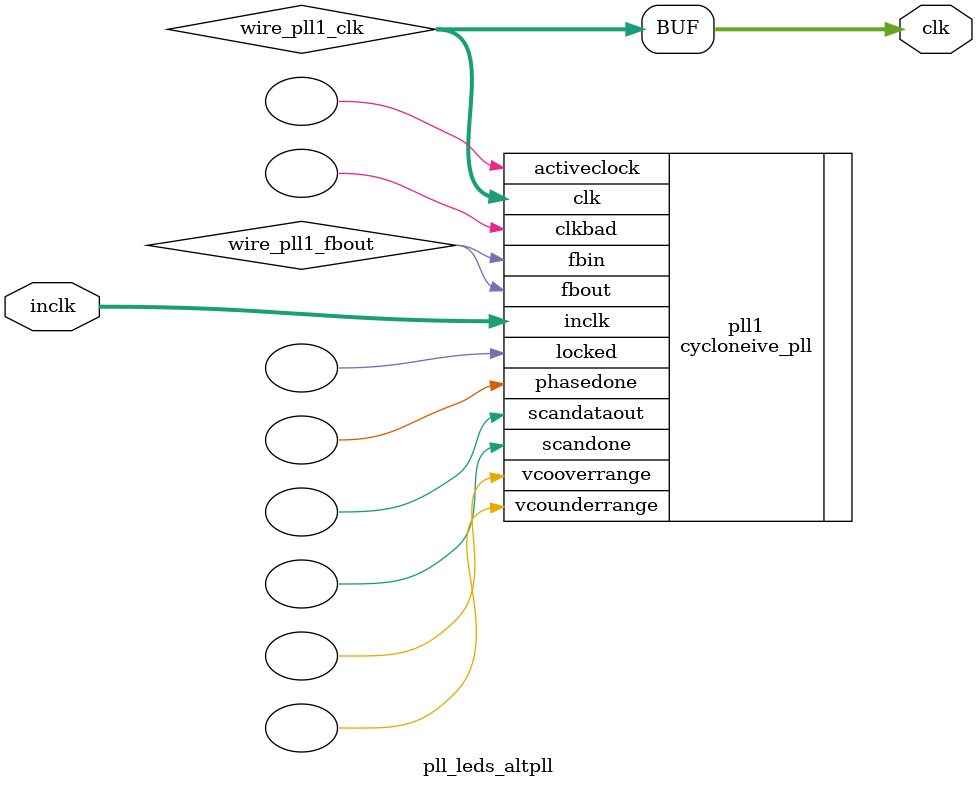
<source format=v>






//synthesis_resources = cycloneive_pll 1 
//synopsys translate_off
`timescale 1 ps / 1 ps
//synopsys translate_on
module  pll_leds_altpll
	( 
	clk,
	inclk) /* synthesis synthesis_clearbox=1 */;
	output   [4:0]  clk;
	input   [1:0]  inclk;
`ifndef ALTERA_RESERVED_QIS
// synopsys translate_off
`endif
	tri0   [1:0]  inclk;
`ifndef ALTERA_RESERVED_QIS
// synopsys translate_on
`endif

	wire  [4:0]   wire_pll1_clk;
	wire  wire_pll1_fbout;

	cycloneive_pll   pll1
	( 
	.activeclock(),
	.clk(wire_pll1_clk),
	.clkbad(),
	.fbin(wire_pll1_fbout),
	.fbout(wire_pll1_fbout),
	.inclk(inclk),
	.locked(),
	.phasedone(),
	.scandataout(),
	.scandone(),
	.vcooverrange(),
	.vcounderrange()
	`ifndef FORMAL_VERIFICATION
	// synopsys translate_off
	`endif
	,
	.areset(1'b0),
	.clkswitch(1'b0),
	.configupdate(1'b0),
	.pfdena(1'b1),
	.phasecounterselect({3{1'b0}}),
	.phasestep(1'b0),
	.phaseupdown(1'b0),
	.scanclk(1'b0),
	.scanclkena(1'b1),
	.scandata(1'b0)
	`ifndef FORMAL_VERIFICATION
	// synopsys translate_on
	`endif
	);
	defparam
		pll1.bandwidth_type = "auto",
		pll1.clk0_divide_by = 5,
		pll1.clk0_duty_cycle = 50,
		pll1.clk0_multiply_by = 1,
		pll1.clk0_phase_shift = "0",
		pll1.clk1_divide_by = 500,
		pll1.clk1_duty_cycle = 50,
		pll1.clk1_multiply_by = 1,
		pll1.clk1_phase_shift = "0",
		pll1.clk2_divide_by = 25000,
		pll1.clk2_duty_cycle = 50,
		pll1.clk2_multiply_by = 1,
		pll1.clk2_phase_shift = "0",
		pll1.compensate_clock = "clk0",
		pll1.inclk0_input_frequency = 20000,
		pll1.operation_mode = "normal",
		pll1.pll_type = "auto",
		pll1.lpm_type = "cycloneive_pll";
	assign
		clk = {wire_pll1_clk[4:0]};
endmodule //pll_leds_altpll
//VALID FILE

</source>
